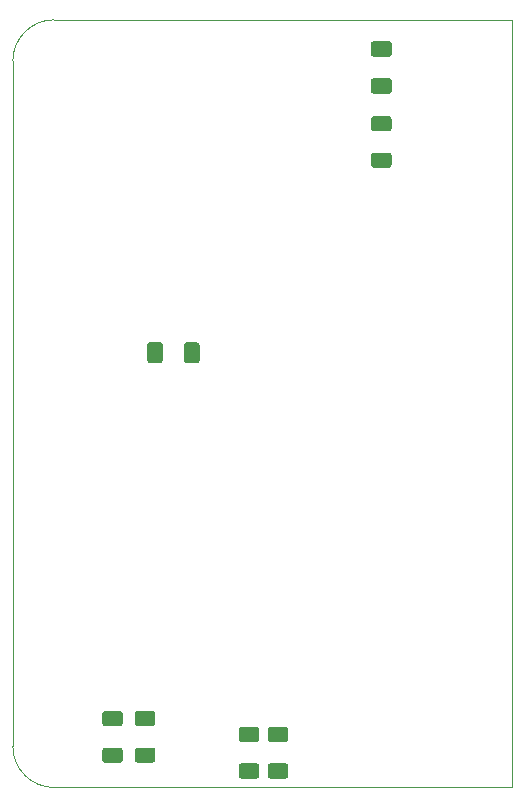
<source format=gbr>
%TF.GenerationSoftware,KiCad,Pcbnew,(5.1.7)-1*%
%TF.CreationDate,2020-11-30T22:01:16+01:00*%
%TF.ProjectId,zerosensor,7a65726f-7365-46e7-936f-722e6b696361,rev?*%
%TF.SameCoordinates,PX761e28cPY7a7afb0*%
%TF.FileFunction,Paste,Top*%
%TF.FilePolarity,Positive*%
%FSLAX46Y46*%
G04 Gerber Fmt 4.6, Leading zero omitted, Abs format (unit mm)*
G04 Created by KiCad (PCBNEW (5.1.7)-1) date 2020-11-30 22:01:16*
%MOMM*%
%LPD*%
G01*
G04 APERTURE LIST*
%TA.AperFunction,Profile*%
%ADD10C,0.050000*%
%TD*%
G04 APERTURE END LIST*
D10*
X-38727500Y65000000D02*
G75*
G03*
X-42227500Y61500000I0J-3500000D01*
G01*
X-38727500Y0D02*
G75*
G02*
X-42227500Y3500000I0J3500000D01*
G01*
X2500Y0D02*
X-16997500Y0D01*
X2500Y65000000D02*
X2500Y0D01*
X-16997500Y65000000D02*
X2500Y65000000D01*
X-42227500Y3500000D02*
X-42227500Y61500000D01*
X-16997500Y0D02*
X-38727500Y0D01*
X-38727500Y65000000D02*
X-16997500Y65000000D01*
%TO.C,R23*%
G36*
G01*
X-20402500Y2050000D02*
X-19152500Y2050000D01*
G75*
G02*
X-18902500Y1800000I0J-250000D01*
G01*
X-18902500Y1000000D01*
G75*
G02*
X-19152500Y750000I-250000J0D01*
G01*
X-20402500Y750000D01*
G75*
G02*
X-20652500Y1000000I0J250000D01*
G01*
X-20652500Y1800000D01*
G75*
G02*
X-20402500Y2050000I250000J0D01*
G01*
G37*
G36*
G01*
X-20402500Y5150000D02*
X-19152500Y5150000D01*
G75*
G02*
X-18902500Y4900000I0J-250000D01*
G01*
X-18902500Y4100000D01*
G75*
G02*
X-19152500Y3850000I-250000J0D01*
G01*
X-20402500Y3850000D01*
G75*
G02*
X-20652500Y4100000I0J250000D01*
G01*
X-20652500Y4900000D01*
G75*
G02*
X-20402500Y5150000I250000J0D01*
G01*
G37*
%TD*%
%TO.C,R22*%
G36*
G01*
X-22852500Y2050000D02*
X-21602500Y2050000D01*
G75*
G02*
X-21352500Y1800000I0J-250000D01*
G01*
X-21352500Y1000000D01*
G75*
G02*
X-21602500Y750000I-250000J0D01*
G01*
X-22852500Y750000D01*
G75*
G02*
X-23102500Y1000000I0J250000D01*
G01*
X-23102500Y1800000D01*
G75*
G02*
X-22852500Y2050000I250000J0D01*
G01*
G37*
G36*
G01*
X-22852500Y5150000D02*
X-21602500Y5150000D01*
G75*
G02*
X-21352500Y4900000I0J-250000D01*
G01*
X-21352500Y4100000D01*
G75*
G02*
X-21602500Y3850000I-250000J0D01*
G01*
X-22852500Y3850000D01*
G75*
G02*
X-23102500Y4100000I0J250000D01*
G01*
X-23102500Y4900000D01*
G75*
G02*
X-22852500Y5150000I250000J0D01*
G01*
G37*
%TD*%
%TO.C,C9*%
G36*
G01*
X-27727500Y36149999D02*
X-27727500Y37450001D01*
G75*
G02*
X-27477501Y37700000I249999J0D01*
G01*
X-26652499Y37700000D01*
G75*
G02*
X-26402500Y37450001I0J-249999D01*
G01*
X-26402500Y36149999D01*
G75*
G02*
X-26652499Y35900000I-249999J0D01*
G01*
X-27477501Y35900000D01*
G75*
G02*
X-27727500Y36149999I0J249999D01*
G01*
G37*
G36*
G01*
X-30852500Y36149999D02*
X-30852500Y37450001D01*
G75*
G02*
X-30602501Y37700000I249999J0D01*
G01*
X-29777499Y37700000D01*
G75*
G02*
X-29527500Y37450001I0J-249999D01*
G01*
X-29527500Y36149999D01*
G75*
G02*
X-29777499Y35900000I-249999J0D01*
G01*
X-30602501Y35900000D01*
G75*
G02*
X-30852500Y36149999I0J249999D01*
G01*
G37*
%TD*%
%TO.C,C6*%
G36*
G01*
X-11677501Y60062500D02*
X-10377499Y60062500D01*
G75*
G02*
X-10127500Y59812501I0J-249999D01*
G01*
X-10127500Y58987499D01*
G75*
G02*
X-10377499Y58737500I-249999J0D01*
G01*
X-11677501Y58737500D01*
G75*
G02*
X-11927500Y58987499I0J249999D01*
G01*
X-11927500Y59812501D01*
G75*
G02*
X-11677501Y60062500I249999J0D01*
G01*
G37*
G36*
G01*
X-11677501Y63187500D02*
X-10377499Y63187500D01*
G75*
G02*
X-10127500Y62937501I0J-249999D01*
G01*
X-10127500Y62112499D01*
G75*
G02*
X-10377499Y61862500I-249999J0D01*
G01*
X-11677501Y61862500D01*
G75*
G02*
X-11927500Y62112499I0J249999D01*
G01*
X-11927500Y62937501D01*
G75*
G02*
X-11677501Y63187500I249999J0D01*
G01*
G37*
%TD*%
%TO.C,R16*%
G36*
G01*
X-34410000Y3382000D02*
X-33160000Y3382000D01*
G75*
G02*
X-32910000Y3132000I0J-250000D01*
G01*
X-32910000Y2332000D01*
G75*
G02*
X-33160000Y2082000I-250000J0D01*
G01*
X-34410000Y2082000D01*
G75*
G02*
X-34660000Y2332000I0J250000D01*
G01*
X-34660000Y3132000D01*
G75*
G02*
X-34410000Y3382000I250000J0D01*
G01*
G37*
G36*
G01*
X-34410000Y6482000D02*
X-33160000Y6482000D01*
G75*
G02*
X-32910000Y6232000I0J-250000D01*
G01*
X-32910000Y5432000D01*
G75*
G02*
X-33160000Y5182000I-250000J0D01*
G01*
X-34410000Y5182000D01*
G75*
G02*
X-34660000Y5432000I0J250000D01*
G01*
X-34660000Y6232000D01*
G75*
G02*
X-34410000Y6482000I250000J0D01*
G01*
G37*
%TD*%
%TO.C,R15*%
G36*
G01*
X-31652500Y3382000D02*
X-30402500Y3382000D01*
G75*
G02*
X-30152500Y3132000I0J-250000D01*
G01*
X-30152500Y2332000D01*
G75*
G02*
X-30402500Y2082000I-250000J0D01*
G01*
X-31652500Y2082000D01*
G75*
G02*
X-31902500Y2332000I0J250000D01*
G01*
X-31902500Y3132000D01*
G75*
G02*
X-31652500Y3382000I250000J0D01*
G01*
G37*
G36*
G01*
X-31652500Y6482000D02*
X-30402500Y6482000D01*
G75*
G02*
X-30152500Y6232000I0J-250000D01*
G01*
X-30152500Y5432000D01*
G75*
G02*
X-30402500Y5182000I-250000J0D01*
G01*
X-31652500Y5182000D01*
G75*
G02*
X-31902500Y5432000I0J250000D01*
G01*
X-31902500Y6232000D01*
G75*
G02*
X-31652500Y6482000I250000J0D01*
G01*
G37*
%TD*%
%TO.C,R4*%
G36*
G01*
X-11652501Y53750000D02*
X-10402499Y53750000D01*
G75*
G02*
X-10152500Y53500001I0J-249999D01*
G01*
X-10152500Y52699999D01*
G75*
G02*
X-10402499Y52450000I-249999J0D01*
G01*
X-11652501Y52450000D01*
G75*
G02*
X-11902500Y52699999I0J249999D01*
G01*
X-11902500Y53500001D01*
G75*
G02*
X-11652501Y53750000I249999J0D01*
G01*
G37*
G36*
G01*
X-11652501Y56850000D02*
X-10402499Y56850000D01*
G75*
G02*
X-10152500Y56600001I0J-249999D01*
G01*
X-10152500Y55799999D01*
G75*
G02*
X-10402499Y55550000I-249999J0D01*
G01*
X-11652501Y55550000D01*
G75*
G02*
X-11902500Y55799999I0J249999D01*
G01*
X-11902500Y56600001D01*
G75*
G02*
X-11652501Y56850000I249999J0D01*
G01*
G37*
%TD*%
M02*

</source>
